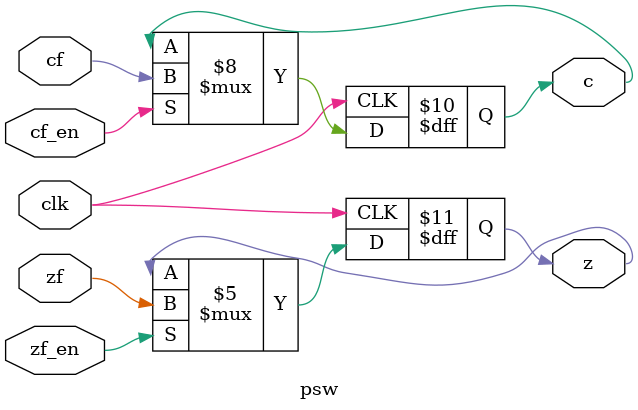
<source format=v>
module psw(clk,cf_en,zf_en,cf,zf,c,z);
input clk,cf_en,zf_en,cf,zf;
output c,z;
reg c,z;
always@(negedge clk)
begin
if(cf_en==1)
c<=cf;
else
c<=c;
if(zf_en==1)
z<=zf;
else
z=z;
end
endmodule
</source>
